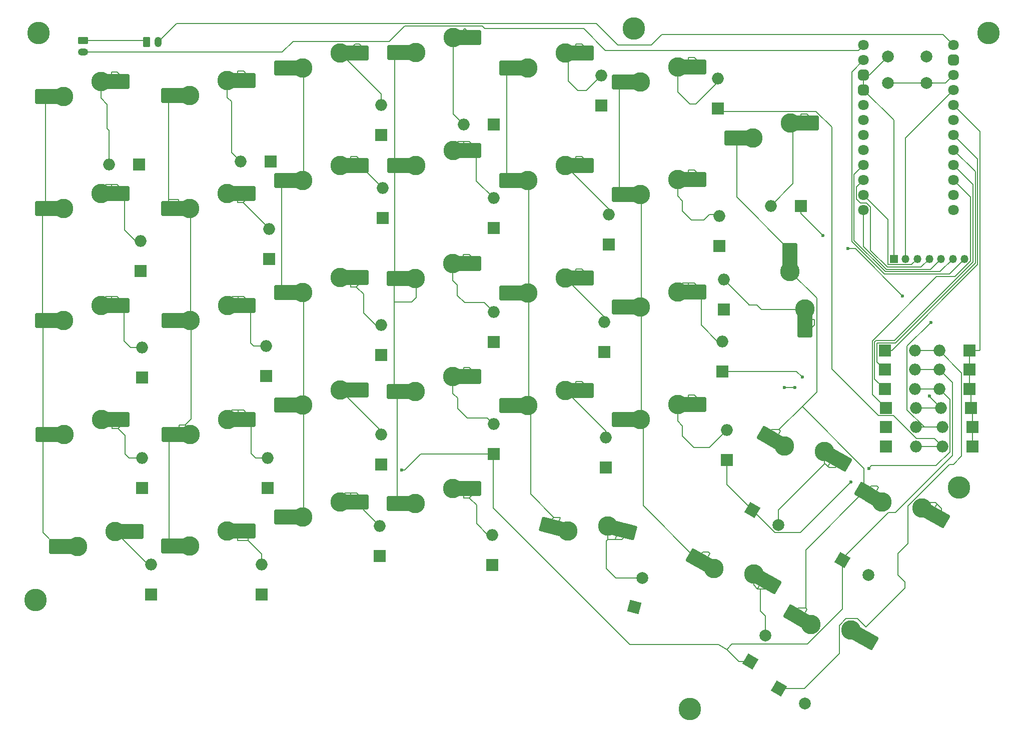
<source format=gbl>
%TF.GenerationSoftware,KiCad,Pcbnew,8.0.2-1*%
%TF.CreationDate,2024-06-04T23:34:33+02:00*%
%TF.ProjectId,keyboard,6b657962-6f61-4726-942e-6b696361645f,rev?*%
%TF.SameCoordinates,Original*%
%TF.FileFunction,Copper,L2,Bot*%
%TF.FilePolarity,Positive*%
%FSLAX46Y46*%
G04 Gerber Fmt 4.6, Leading zero omitted, Abs format (unit mm)*
G04 Created by KiCad (PCBNEW 8.0.2-1) date 2024-06-04 23:34:33*
%MOMM*%
%LPD*%
G01*
G04 APERTURE LIST*
G04 Aperture macros list*
%AMRoundRect*
0 Rectangle with rounded corners*
0 $1 Rounding radius*
0 $2 $3 $4 $5 $6 $7 $8 $9 X,Y pos of 4 corners*
0 Add a 4 corners polygon primitive as box body*
4,1,4,$2,$3,$4,$5,$6,$7,$8,$9,$2,$3,0*
0 Add four circle primitives for the rounded corners*
1,1,$1+$1,$2,$3*
1,1,$1+$1,$4,$5*
1,1,$1+$1,$6,$7*
1,1,$1+$1,$8,$9*
0 Add four rect primitives between the rounded corners*
20,1,$1+$1,$2,$3,$4,$5,0*
20,1,$1+$1,$4,$5,$6,$7,0*
20,1,$1+$1,$6,$7,$8,$9,0*
20,1,$1+$1,$8,$9,$2,$3,0*%
%AMHorizOval*
0 Thick line with rounded ends*
0 $1 width*
0 $2 $3 position (X,Y) of the first rounded end (center of the circle)*
0 $4 $5 position (X,Y) of the second rounded end (center of the circle)*
0 Add line between two ends*
20,1,$1,$2,$3,$4,$5,0*
0 Add two circle primitives to create the rounded ends*
1,1,$1,$2,$3*
1,1,$1,$4,$5*%
%AMRotRect*
0 Rectangle, with rotation*
0 The origin of the aperture is its center*
0 $1 length*
0 $2 width*
0 $3 Rotation angle, in degrees counterclockwise*
0 Add horizontal line*
21,1,$1,$2,0,0,$3*%
G04 Aperture macros list end*
%TA.AperFunction,ComponentPad*%
%ADD10C,3.800000*%
%TD*%
%TA.AperFunction,ComponentPad*%
%ADD11C,1.800000*%
%TD*%
%TA.AperFunction,ComponentPad*%
%ADD12RoundRect,0.450000X-0.450000X-0.450000X0.450000X-0.450000X0.450000X0.450000X-0.450000X0.450000X0*%
%TD*%
%TA.AperFunction,ComponentPad*%
%ADD13R,1.350000X1.350000*%
%TD*%
%TA.AperFunction,ComponentPad*%
%ADD14O,1.350000X1.350000*%
%TD*%
%TA.AperFunction,ComponentPad*%
%ADD15R,2.000000X2.000000*%
%TD*%
%TA.AperFunction,ComponentPad*%
%ADD16O,2.000000X2.000000*%
%TD*%
%TA.AperFunction,ComponentPad*%
%ADD17C,3.300000*%
%TD*%
%TA.AperFunction,SMDPad,CuDef*%
%ADD18R,2.500000X1.650000*%
%TD*%
%TA.AperFunction,SMDPad,CuDef*%
%ADD19RoundRect,0.250000X1.000000X-1.025000X1.000000X1.025000X-1.000000X1.025000X-1.000000X-1.025000X0*%
%TD*%
%TA.AperFunction,SMDPad,CuDef*%
%ADD20R,1.650000X2.500000*%
%TD*%
%TA.AperFunction,SMDPad,CuDef*%
%ADD21RoundRect,0.250000X1.025000X1.000000X-1.025000X1.000000X-1.025000X-1.000000X1.025000X-1.000000X0*%
%TD*%
%TA.AperFunction,ComponentPad*%
%ADD22RotRect,2.000000X2.000000X330.000000*%
%TD*%
%TA.AperFunction,ComponentPad*%
%ADD23HorizOval,2.000000X0.000000X0.000000X0.000000X0.000000X0*%
%TD*%
%TA.AperFunction,SMDPad,CuDef*%
%ADD24RotRect,1.650000X2.500000X330.000000*%
%TD*%
%TA.AperFunction,SMDPad,CuDef*%
%ADD25RoundRect,0.250000X1.387676X0.353525X-0.387676X1.378525X-1.387676X-0.353525X0.387676X-1.378525X0*%
%TD*%
%TA.AperFunction,SMDPad,CuDef*%
%ADD26RotRect,1.650000X2.500000X150.000000*%
%TD*%
%TA.AperFunction,ComponentPad*%
%ADD27RoundRect,0.250000X-0.625000X0.350000X-0.625000X-0.350000X0.625000X-0.350000X0.625000X0.350000X0*%
%TD*%
%TA.AperFunction,ComponentPad*%
%ADD28O,1.750000X1.200000*%
%TD*%
%TA.AperFunction,ComponentPad*%
%ADD29RotRect,2.000000X2.000000X60.000000*%
%TD*%
%TA.AperFunction,ComponentPad*%
%ADD30HorizOval,2.000000X0.000000X0.000000X0.000000X0.000000X0*%
%TD*%
%TA.AperFunction,SMDPad,CuDef*%
%ADD31RotRect,1.650000X2.500000X345.000000*%
%TD*%
%TA.AperFunction,SMDPad,CuDef*%
%ADD32RoundRect,0.250000X1.248893X0.700636X-0.731255X1.231215X-1.248893X-0.700636X0.731255X-1.231215X0*%
%TD*%
%TA.AperFunction,SMDPad,CuDef*%
%ADD33RotRect,1.650000X2.500000X165.000000*%
%TD*%
%TA.AperFunction,ComponentPad*%
%ADD34RotRect,2.000000X2.000000X75.000000*%
%TD*%
%TA.AperFunction,ComponentPad*%
%ADD35HorizOval,2.000000X0.000000X0.000000X0.000000X0.000000X0*%
%TD*%
%TA.AperFunction,ComponentPad*%
%ADD36RoundRect,0.250000X-0.350000X-0.625000X0.350000X-0.625000X0.350000X0.625000X-0.350000X0.625000X0*%
%TD*%
%TA.AperFunction,ComponentPad*%
%ADD37O,1.200000X1.750000*%
%TD*%
%TA.AperFunction,ComponentPad*%
%ADD38C,2.000000*%
%TD*%
%TA.AperFunction,ViaPad*%
%ADD39C,0.600000*%
%TD*%
%TA.AperFunction,Conductor*%
%ADD40C,0.200000*%
%TD*%
G04 APERTURE END LIST*
D10*
%TO.P,H1,1*%
%TO.N,N/C*%
X198250000Y-107500000D03*
%TD*%
%TO.P,H2,1*%
%TO.N,N/C*%
X42500000Y-30500000D03*
%TD*%
%TO.P,H3,1*%
%TO.N,N/C*%
X152750000Y-145000000D03*
%TD*%
%TO.P,H6,1*%
%TO.N,N/C*%
X143250000Y-29750000D03*
%TD*%
D11*
%TO.P,U1,1,1*%
%TO.N,B-*%
X182130000Y-32530000D03*
%TO.P,U1,2,0*%
%TO.N,DISPL_CS*%
X182130000Y-35070000D03*
D12*
%TO.P,U1,3,GND*%
%TO.N,GND*%
X182130000Y-37610000D03*
%TO.P,U1,4,GND*%
X182130000Y-40150000D03*
D11*
%TO.P,U1,5,2*%
%TO.N,unconnected-(U1-2-Pad5)*%
X182130000Y-42690000D03*
%TO.P,U1,6,3*%
%TO.N,unconnected-(U1-3-Pad6)*%
X182130000Y-45230000D03*
%TO.P,U1,7,4*%
%TO.N,unconnected-(U1-4-Pad7)*%
X182130000Y-47770000D03*
%TO.P,U1,8,5*%
%TO.N,unconnected-(U1-5-Pad8)*%
X182130000Y-50310000D03*
%TO.P,U1,9,6*%
%TO.N,DISPL_DC*%
X182130000Y-52850000D03*
%TO.P,U1,10,7*%
%TO.N,DISPL_D1_MOSI*%
X182130000Y-55390000D03*
%TO.P,U1,11,8*%
%TO.N,DISPL_D0_SCK*%
X182130000Y-57930000D03*
%TO.P,U1,12,9*%
%TO.N,DISPL_RES*%
X182130000Y-60470000D03*
%TO.P,U1,13,B+*%
%TO.N,SW_B+*%
X197370000Y-32530000D03*
D12*
%TO.P,U1,14,GND*%
%TO.N,GND*%
X197370000Y-35070000D03*
D11*
%TO.P,U1,15,RST*%
%TO.N,RESET*%
X197370000Y-37610000D03*
%TO.P,U1,16,3.3v*%
%TO.N,VCC_3.3V*%
X197370000Y-40150000D03*
%TO.P,U1,17,21*%
%TO.N,Pin_Interrupt*%
X197370000Y-42690000D03*
%TO.P,U1,18,20*%
%TO.N,Pin_7*%
X197370000Y-45230000D03*
%TO.P,U1,19,19*%
%TO.N,Pin_6*%
X197370000Y-47770000D03*
%TO.P,U1,20,18*%
%TO.N,Pin_5*%
X197370000Y-50310000D03*
%TO.P,U1,21,15*%
%TO.N,Pin_4*%
X197370000Y-52850000D03*
%TO.P,U1,22,14*%
%TO.N,Pin_3*%
X197370000Y-55390000D03*
%TO.P,U1,23,16*%
%TO.N,Pin_2*%
X197370000Y-57930000D03*
%TO.P,U1,24,10*%
%TO.N,Pin_1*%
X197370000Y-60470000D03*
%TD*%
D10*
%TO.P,H7,1*%
%TO.N,N/C*%
X203250000Y-30500000D03*
%TD*%
%TO.P,H5,1*%
%TO.N,N/C*%
X42000000Y-126500000D03*
%TD*%
D13*
%TO.P,Display,1,Pin_1*%
%TO.N,GND*%
X187250000Y-68750000D03*
D14*
%TO.P,Display,2,Pin_2*%
%TO.N,VCC_3.3V*%
X189250000Y-68750000D03*
%TO.P,Display,3,Pin_3*%
%TO.N,DISPL_D0_SCK*%
X191250000Y-68750000D03*
%TO.P,Display,4,Pin_4*%
%TO.N,DISPL_D1_MOSI*%
X193250000Y-68750000D03*
%TO.P,Display,5,Pin_5*%
%TO.N,DISPL_RES*%
X195250000Y-68750000D03*
%TO.P,Display,6,Pin_6*%
%TO.N,DISPL_DC*%
X197250000Y-68750000D03*
%TO.P,Display,7,Pin_7*%
%TO.N,DISPL_CS*%
X199250000Y-68750000D03*
%TD*%
D15*
%TO.P,D[3:2]1,1,K*%
%TO.N,Net-(D[1:1]1-K)*%
X100750000Y-61790000D03*
D16*
%TO.P,D[3:2]1,2,A*%
%TO.N,Net-(D[3:2]1-A)*%
X100750000Y-56710000D03*
%TD*%
D17*
%TO.P,SW_[7:2]1,1,1*%
%TO.N,Pin_7*%
X169690000Y-70860000D03*
D18*
X169690000Y-69035000D03*
D19*
X169690000Y-67310000D03*
%TO.P,SW_[7:2]1,2,2*%
%TO.N,Net-(D[7:2]1-A)*%
X172230000Y-80760000D03*
D18*
X172230000Y-79010000D03*
D17*
X172230000Y-77210000D03*
%TD*%
%TO.P,SW_[1:4]1,1,1*%
%TO.N,Pin_1*%
X46770000Y-98460000D03*
D20*
X44945000Y-98460000D03*
D21*
X43220000Y-98460000D03*
%TO.P,SW_[1:4]1,2,2*%
%TO.N,Net-(D[1:4]1-A)*%
X56670000Y-95920000D03*
D20*
X54920000Y-95920000D03*
D17*
X53120000Y-95920000D03*
%TD*%
D15*
%TO.P,D_I_[6:2]1,1,K*%
%TO.N,Pin_Interrupt*%
X200040000Y-84250000D03*
D16*
%TO.P,D_I_[6:2]1,2,A*%
%TO.N,Net-(D[1:5]1-K)*%
X194960000Y-84250000D03*
%TD*%
D15*
%TO.P,D_I[1:2]1,1,K*%
%TO.N,Pin_Interrupt*%
X200540000Y-100500000D03*
D16*
%TO.P,D_I[1:2]1,2,A*%
%TO.N,Net-(DI_[1:1]1-A)*%
X195460000Y-100500000D03*
%TD*%
D15*
%TO.P,D[4:2]1,1,K*%
%TO.N,Net-(D[1:1]1-K)*%
X119500000Y-63540000D03*
D16*
%TO.P,D[4:2]1,2,A*%
%TO.N,Net-(D[4:2]1-A)*%
X119500000Y-58460000D03*
%TD*%
D15*
%TO.P,D[5:1]1,1,K*%
%TO.N,Net-(DI_[1:1]1-A)*%
X137750000Y-42790000D03*
D16*
%TO.P,D[5:1]1,2,A*%
%TO.N,Net-(D[5:1]1-A)*%
X137750000Y-37710000D03*
%TD*%
D15*
%TO.P,D[1:5]1,1,K*%
%TO.N,Net-(D[1:5]1-K)*%
X61540000Y-125540000D03*
D16*
%TO.P,D[1:5]1,2,A*%
%TO.N,Net-(D[1:5]1-A)*%
X61540000Y-120460000D03*
%TD*%
D15*
%TO.P,D[6:2]1,1,K*%
%TO.N,Net-(D[1:1]1-K)*%
X157750000Y-66540000D03*
D16*
%TO.P,D[6:2]1,2,A*%
%TO.N,Net-(D[6:2]1-A)*%
X157750000Y-61460000D03*
%TD*%
D15*
%TO.P,D_I_[2:1]1,1,K*%
%TO.N,Pin_2*%
X185960000Y-97250000D03*
D16*
%TO.P,D_I_[2:1]1,2,A*%
%TO.N,Net-(D[1:1]1-K)*%
X191040000Y-97250000D03*
%TD*%
D17*
%TO.P,SW_[6:1]1,1,1*%
%TO.N,Pin_6*%
X144340000Y-38760000D03*
D20*
X142515000Y-38760000D03*
D21*
X140790000Y-38760000D03*
%TO.P,SW_[6:1]1,2,2*%
%TO.N,Net-(D[6:1]1-A)*%
X154240000Y-36220000D03*
D20*
X152490000Y-36220000D03*
D17*
X150690000Y-36220000D03*
%TD*%
D15*
%TO.P,D_I_[2:2]1,1,K*%
%TO.N,Pin_Interrupt*%
X200540000Y-97250000D03*
D16*
%TO.P,D_I_[2:2]1,2,A*%
%TO.N,Net-(D[1:1]1-K)*%
X195460000Y-97250000D03*
%TD*%
D15*
%TO.P,D[5:2]1,1,K*%
%TO.N,Net-(D[1:1]1-K)*%
X139000000Y-66290000D03*
D16*
%TO.P,D[5:2]1,2,A*%
%TO.N,Net-(D[5:2]1-A)*%
X139000000Y-61210000D03*
%TD*%
D17*
%TO.P,SW_[2:4]1,1,1*%
%TO.N,Pin_2*%
X68110000Y-98460000D03*
D20*
X66285000Y-98460000D03*
D21*
X64560000Y-98460000D03*
%TO.P,SW_[2:4]1,2,2*%
%TO.N,Net-(D[2:4]1-A)*%
X78010000Y-95920000D03*
D20*
X76260000Y-95920000D03*
D17*
X74460000Y-95920000D03*
%TD*%
%TO.P,SW_[2:5]1,1,1*%
%TO.N,Pin_2*%
X68054800Y-117390500D03*
D20*
X66229800Y-117390500D03*
D21*
X64504800Y-117390500D03*
%TO.P,SW_[2:5]1,2,2*%
%TO.N,Net-(D[2:5]1-A)*%
X77954800Y-114850500D03*
D20*
X76204800Y-114850500D03*
D17*
X74404800Y-114850500D03*
%TD*%
D15*
%TO.P,D_I_[4:1]1,1,K*%
%TO.N,Pin_4*%
X185710000Y-90750000D03*
D16*
%TO.P,D_I_[4:1]1,2,A*%
%TO.N,Net-(D[1:3]1-K)*%
X190790000Y-90750000D03*
%TD*%
D17*
%TO.P,SW_[1:3]1,1,1*%
%TO.N,Pin_1*%
X46690000Y-79210000D03*
D20*
X44865000Y-79210000D03*
D21*
X43140000Y-79210000D03*
%TO.P,SW_[1:3]1,2,2*%
%TO.N,Net-(D[1:3]1-A)*%
X56590000Y-76670000D03*
D20*
X54840000Y-76670000D03*
D17*
X53040000Y-76670000D03*
%TD*%
D15*
%TO.P,D[6:1]1,1,K*%
%TO.N,Net-(DI_[1:1]1-A)*%
X157500000Y-43290000D03*
D16*
%TO.P,D[6:1]1,2,A*%
%TO.N,Net-(D[6:1]1-A)*%
X157500000Y-38210000D03*
%TD*%
D15*
%TO.P,D[4:5]1,1,K*%
%TO.N,Net-(D[1:5]1-K)*%
X119250000Y-120540000D03*
D16*
%TO.P,D[4:5]1,2,A*%
%TO.N,Net-(D[4:5]1-A)*%
X119250000Y-115460000D03*
%TD*%
D22*
%TO.P,D[7:3]1,1,K*%
%TO.N,Net-(D[1:3]1-K)*%
X163300296Y-111230000D03*
D23*
%TO.P,D[7:3]1,2,A*%
%TO.N,Net-(D[7:3]1-A)*%
X167699705Y-113770000D03*
%TD*%
D17*
%TO.P,SW_[6:5]1,1,1*%
%TO.N,Pin_6*%
X156770444Y-121145295D03*
D24*
X155189947Y-120232795D03*
D25*
X153696053Y-119370295D03*
%TO.P,SW_[6:5]1,2,2*%
%TO.N,Net-(D[6:5]1-A)*%
X166614095Y-123895591D03*
D26*
X165098550Y-123020591D03*
D17*
X163539705Y-122120591D03*
%TD*%
%TO.P,SW_[2:2]1,1,1*%
%TO.N,Pin_2*%
X68054800Y-60210000D03*
D20*
X66229800Y-60210000D03*
D21*
X64504800Y-60210000D03*
%TO.P,SW_[2:2]1,2,2*%
%TO.N,Net-(D[2:2]1-A)*%
X77954800Y-57670000D03*
D20*
X76204800Y-57670000D03*
D17*
X74404800Y-57670000D03*
%TD*%
D27*
%TO.P,Battery1,1,Pin_1*%
%TO.N,B+*%
X50000000Y-31750000D03*
D28*
%TO.P,Battery1,2,Pin_2*%
%TO.N,B-*%
X50000000Y-33750000D03*
%TD*%
D17*
%TO.P,SW_[4:3]1,1,1*%
%TO.N,Pin_4*%
X106254800Y-72090500D03*
D20*
X104429800Y-72090500D03*
D21*
X102704800Y-72090500D03*
%TO.P,SW_[4:3]1,2,2*%
%TO.N,Net-(D[4:3]1-A)*%
X116154800Y-69550500D03*
D20*
X114404800Y-69550500D03*
D17*
X112604800Y-69550500D03*
%TD*%
D15*
%TO.P,D[1:1]1,1,K*%
%TO.N,Net-(D[1:1]1-K)*%
X59540000Y-52750000D03*
D16*
%TO.P,D[1:1]1,2,A*%
%TO.N,Net-(D[1:1]1-A)*%
X54460000Y-52750000D03*
%TD*%
D15*
%TO.P,D[4:1]1,1,K*%
%TO.N,Net-(DI_[1:1]1-A)*%
X119540000Y-46000000D03*
D16*
%TO.P,D[4:1]1,2,A*%
%TO.N,Net-(D[4:1]1-A)*%
X114460000Y-46000000D03*
%TD*%
D15*
%TO.P,D[2:4]1,1,K*%
%TO.N,Net-(D[1:4]1-K)*%
X81250000Y-107540000D03*
D16*
%TO.P,D[2:4]1,2,A*%
%TO.N,Net-(D[2:4]1-A)*%
X81250000Y-102460000D03*
%TD*%
%TO.P,D[1:4]1,2,A*%
%TO.N,Net-(D[1:4]1-A)*%
X60000000Y-102460000D03*
D15*
%TO.P,D[1:4]1,1,K*%
%TO.N,Net-(D[1:4]1-K)*%
X60000000Y-107540000D03*
%TD*%
D29*
%TO.P,D[6:5]1,1,K*%
%TO.N,Net-(D[1:4]1-K)*%
X162980000Y-136949705D03*
D30*
%TO.P,D[6:5]1,2,A*%
%TO.N,Net-(D[6:5]1-A)*%
X165520000Y-132550296D03*
%TD*%
D17*
%TO.P,SW_[6:4]1,1,1*%
%TO.N,Pin_6*%
X144340000Y-95910000D03*
D20*
X142515000Y-95910000D03*
D21*
X140790000Y-95910000D03*
%TO.P,SW_[6:4]1,2,2*%
%TO.N,Net-(D[6:4]1-A)*%
X154240000Y-93370000D03*
D20*
X152490000Y-93370000D03*
D17*
X150690000Y-93370000D03*
%TD*%
%TO.P,SW_[5:5]1,1,1*%
%TO.N,Pin_5*%
X132070323Y-114795649D03*
D31*
X130307510Y-114323302D03*
D32*
X128641286Y-113876841D03*
%TO.P,SW_[5:5]1,2,2*%
%TO.N,Net-(D[5:5]1-A)*%
X142290389Y-114904505D03*
D33*
X140600020Y-114451572D03*
D17*
X138861354Y-113985696D03*
%TD*%
D15*
%TO.P,D[6:4]1,1,K*%
%TO.N,Net-(D[1:3]1-K)*%
X159000000Y-102790000D03*
D16*
%TO.P,D[6:4]1,2,A*%
%TO.N,Net-(D[6:4]1-A)*%
X159000000Y-97710000D03*
%TD*%
D17*
%TO.P,SW_[7:3]1,1,1*%
%TO.N,Pin_7*%
X168721044Y-100405295D03*
D24*
X167140547Y-99492795D03*
D25*
X165646653Y-98630295D03*
%TO.P,SW_[7:3]1,2,2*%
%TO.N,Net-(D[7:3]1-A)*%
X178564695Y-103155591D03*
D26*
X177049150Y-102280591D03*
D17*
X175490305Y-101380591D03*
%TD*%
%TO.P,SW_[3:1]1,1,1*%
%TO.N,Pin_3*%
X87190000Y-36410600D03*
D20*
X85365000Y-36410600D03*
D21*
X83640000Y-36410600D03*
%TO.P,SW_[3:1]1,2,2*%
%TO.N,Net-(D[3:1]1-A)*%
X97090000Y-33870600D03*
D20*
X95340000Y-33870600D03*
D17*
X93540000Y-33870600D03*
%TD*%
D15*
%TO.P,D_I_[5:1]1,1,K*%
%TO.N,Pin_5*%
X185710000Y-87500000D03*
D16*
%TO.P,D_I_[5:1]1,2,A*%
%TO.N,Net-(D[1:4]1-K)*%
X190790000Y-87500000D03*
%TD*%
D17*
%TO.P,SW_[6:2]1,1,1*%
%TO.N,Pin_6*%
X144340000Y-57810000D03*
D20*
X142515000Y-57810000D03*
D21*
X140790000Y-57810000D03*
%TO.P,SW_[6:2]1,2,2*%
%TO.N,Net-(D[6:2]1-A)*%
X154240000Y-55270000D03*
D20*
X152490000Y-55270000D03*
D17*
X150690000Y-55270000D03*
%TD*%
D15*
%TO.P,D[5:4]1,1,K*%
%TO.N,Net-(D[1:3]1-K)*%
X138500000Y-104040000D03*
D16*
%TO.P,D[5:4]1,2,A*%
%TO.N,Net-(D[5:4]1-A)*%
X138500000Y-98960000D03*
%TD*%
D34*
%TO.P,D[5:5]1,1,K*%
%TO.N,Net-(D[1:5]1-K)*%
X143342600Y-127703452D03*
D35*
%TO.P,D[5:5]1,2,A*%
%TO.N,Net-(D[5:5]1-A)*%
X144657401Y-122796549D03*
%TD*%
D15*
%TO.P,D[1:2]1,1,K*%
%TO.N,Net-(D[1:2]1-K)*%
X59750000Y-70790000D03*
D16*
%TO.P,D[1:2]1,2,A*%
%TO.N,Net-(D[1:2]1-A)*%
X59750000Y-65710000D03*
%TD*%
D15*
%TO.P,D[2:3]1,1,K*%
%TO.N,Net-(D[1:3]1-K)*%
X81000000Y-88540000D03*
D16*
%TO.P,D[2:3]1,2,A*%
%TO.N,Net-(D[2:3]1-A)*%
X81000000Y-83460000D03*
%TD*%
D17*
%TO.P,SW_[5:3]1,1,1*%
%TO.N,Pin_5*%
X125290000Y-74510000D03*
D20*
X123465000Y-74510000D03*
D21*
X121740000Y-74510000D03*
%TO.P,SW_[5:3]1,2,2*%
%TO.N,Net-(D[5:3]1-A)*%
X135190000Y-71970000D03*
D20*
X133440000Y-71970000D03*
D17*
X131640000Y-71970000D03*
%TD*%
D15*
%TO.P,D[2:2]1,1,K*%
%TO.N,Net-(D[1:2]1-K)*%
X81500000Y-68790000D03*
D16*
%TO.P,D[2:2]1,2,A*%
%TO.N,Net-(D[2:2]1-A)*%
X81500000Y-63710000D03*
%TD*%
D17*
%TO.P,SW_[3:4]1,1,1*%
%TO.N,Pin_3*%
X87190000Y-93460000D03*
D20*
X85365000Y-93460000D03*
D21*
X83640000Y-93460000D03*
%TO.P,SW_[3:4]1,2,2*%
%TO.N,Net-(D[3:4]1-A)*%
X97090000Y-90920000D03*
D20*
X95340000Y-90920000D03*
D17*
X93540000Y-90920000D03*
%TD*%
D15*
%TO.P,D[3:5]1,1,K*%
%TO.N,Net-(D[1:5]1-K)*%
X100250000Y-119040000D03*
D16*
%TO.P,D[3:5]1,2,A*%
%TO.N,Net-(D[3:5]1-A)*%
X100250000Y-113960000D03*
%TD*%
D15*
%TO.P,D[1:3]1,1,K*%
%TO.N,Net-(D[1:3]1-K)*%
X60000000Y-88790000D03*
D16*
%TO.P,D[1:3]1,2,A*%
%TO.N,Net-(D[1:3]1-A)*%
X60000000Y-83710000D03*
%TD*%
D15*
%TO.P,D[4:4]1,1,K*%
%TO.N,Net-(D[1:4]1-K)*%
X119500000Y-101790000D03*
D16*
%TO.P,D[4:4]1,2,A*%
%TO.N,Net-(D[4:4]1-A)*%
X119500000Y-96710000D03*
%TD*%
D15*
%TO.P,D_I_[5:2]1,1,K*%
%TO.N,Pin_Interrupt*%
X200040000Y-87500000D03*
D16*
%TO.P,D_I_[5:2]1,2,A*%
%TO.N,Net-(D[1:4]1-K)*%
X194960000Y-87500000D03*
%TD*%
D17*
%TO.P,SW_[5:1]1,1,1*%
%TO.N,Pin_5*%
X125290000Y-36410000D03*
D20*
X123465000Y-36410000D03*
D21*
X121740000Y-36410000D03*
%TO.P,SW_[5:1]1,2,2*%
%TO.N,Net-(D[5:1]1-A)*%
X135190000Y-33870000D03*
D20*
X133440000Y-33870000D03*
D17*
X131640000Y-33870000D03*
%TD*%
D15*
%TO.P,D[7:1]1,1,K*%
%TO.N,Net-(D[1:1]1-K)*%
X171540000Y-59750000D03*
D16*
%TO.P,D[7:1]1,2,A*%
%TO.N,Net-(D[7:1]1-A)*%
X166460000Y-59750000D03*
%TD*%
D15*
%TO.P,DI_[1:1]1,1,K*%
%TO.N,Pin_1*%
X185960000Y-100500000D03*
D16*
%TO.P,DI_[1:1]1,2,A*%
%TO.N,Net-(DI_[1:1]1-A)*%
X191040000Y-100500000D03*
%TD*%
D17*
%TO.P,SW_[4:5]1,1,1*%
%TO.N,Pin_4*%
X106270000Y-110210000D03*
D20*
X104445000Y-110210000D03*
D21*
X102720000Y-110210000D03*
%TO.P,SW_[4:5]1,2,2*%
%TO.N,Net-(D[4:5]1-A)*%
X116170000Y-107670000D03*
D20*
X114420000Y-107670000D03*
D17*
X112620000Y-107670000D03*
%TD*%
%TO.P,SW_[1:5]1,1,1*%
%TO.N,Pin_1*%
X49110000Y-117460000D03*
D20*
X47285000Y-117460000D03*
D21*
X45560000Y-117460000D03*
%TO.P,SW_[1:5]1,2,2*%
%TO.N,Net-(D[1:5]1-A)*%
X59010000Y-114920000D03*
D20*
X57260000Y-114920000D03*
D17*
X55460000Y-114920000D03*
%TD*%
D15*
%TO.P,D_I_[3:1]1,1,K*%
%TO.N,Pin_3*%
X185920000Y-94000000D03*
D16*
%TO.P,D_I_[3:1]1,2,A*%
%TO.N,Net-(D[1:2]1-K)*%
X191000000Y-94000000D03*
%TD*%
D17*
%TO.P,SW_[4:4]1,1,1*%
%TO.N,Pin_4*%
X106270000Y-91210000D03*
D20*
X104445000Y-91210000D03*
D21*
X102720000Y-91210000D03*
%TO.P,SW_[4:4]1,2,2*%
%TO.N,Net-(D[4:4]1-A)*%
X116170000Y-88670000D03*
D20*
X114420000Y-88670000D03*
D17*
X112620000Y-88670000D03*
%TD*%
%TO.P,SW_[2:1]1,1,1*%
%TO.N,Pin_2*%
X68070000Y-41060000D03*
D20*
X66245000Y-41060000D03*
D21*
X64520000Y-41060000D03*
%TO.P,SW_[2:1]1,2,2*%
%TO.N,Net-(D[2:1]1-A)*%
X77970000Y-38520000D03*
D20*
X76220000Y-38520000D03*
D17*
X74420000Y-38520000D03*
%TD*%
D15*
%TO.P,D[7:2]1,1,K*%
%TO.N,Net-(D[1:2]1-K)*%
X158500000Y-77290000D03*
D16*
%TO.P,D[7:2]1,2,A*%
%TO.N,Net-(D[7:2]1-A)*%
X158500000Y-72210000D03*
%TD*%
D17*
%TO.P,SW_[5:4]1,1,1*%
%TO.N,Pin_5*%
X125290000Y-93560000D03*
D20*
X123465000Y-93560000D03*
D21*
X121740000Y-93560000D03*
%TO.P,SW_[5:4]1,2,2*%
%TO.N,Net-(D[5:4]1-A)*%
X135190000Y-91020000D03*
D20*
X133440000Y-91020000D03*
D17*
X131640000Y-91020000D03*
%TD*%
D15*
%TO.P,D[2:5]1,1,K*%
%TO.N,Net-(D[1:5]1-K)*%
X80250000Y-125540000D03*
D16*
%TO.P,D[2:5]1,2,A*%
%TO.N,Net-(D[2:5]1-A)*%
X80250000Y-120460000D03*
%TD*%
D22*
%TO.P,D[7:5]1,1,K*%
%TO.N,Net-(D[1:5]1-K)*%
X167800295Y-141480000D03*
D23*
%TO.P,D[7:5]1,2,A*%
%TO.N,Net-(D[7:5]1-A)*%
X172199704Y-144020000D03*
%TD*%
D17*
%TO.P,SW_[2:3]1,1,1*%
%TO.N,Pin_2*%
X68110000Y-79210000D03*
D20*
X66285000Y-79210000D03*
D21*
X64560000Y-79210000D03*
%TO.P,SW_[2:3]1,2,2*%
%TO.N,Net-(D[2:3]1-A)*%
X78010000Y-76670000D03*
D20*
X76260000Y-76670000D03*
D17*
X74460000Y-76670000D03*
%TD*%
D36*
%TO.P,ON/OFF1,1,Pin_1*%
%TO.N,B+*%
X60750000Y-32000000D03*
D37*
%TO.P,ON/OFF1,2,Pin_2*%
%TO.N,SW_B+*%
X62750000Y-32000000D03*
%TD*%
D17*
%TO.P,SW_[4:2]1,2,2*%
%TO.N,Net-(D[4:2]1-A)*%
X112640000Y-50420000D03*
D20*
X114440000Y-50420000D03*
D21*
X116190000Y-50420000D03*
%TO.P,SW_[4:2]1,1,1*%
%TO.N,Pin_4*%
X102740000Y-52960000D03*
D20*
X104465000Y-52960000D03*
D17*
X106290000Y-52960000D03*
%TD*%
D38*
%TO.P,SW1,1*%
%TO.N,GND*%
X192750000Y-34500000D03*
X186250000Y-34500000D03*
%TO.P,SW1,2*%
%TO.N,RESET*%
X192750000Y-39000000D03*
X186250000Y-39000000D03*
%TD*%
D17*
%TO.P,SW_[4:1]1,1,1*%
%TO.N,Pin_4*%
X106290000Y-33810000D03*
D20*
X104465000Y-33810000D03*
D21*
X102740000Y-33810000D03*
%TO.P,SW_[4:1]1,2,2*%
%TO.N,Net-(D[4:1]1-A)*%
X116190000Y-31270000D03*
D20*
X114440000Y-31270000D03*
D17*
X112640000Y-31270000D03*
%TD*%
D22*
%TO.P,D[7:4]1,1,K*%
%TO.N,Net-(D[1:4]1-K)*%
X178550295Y-119730000D03*
D23*
%TO.P,D[7:4]1,2,A*%
%TO.N,Net-(D[7:4]1-A)*%
X182949704Y-122270000D03*
%TD*%
D17*
%TO.P,SW_[3:5]1,1,1*%
%TO.N,Pin_3*%
X87190000Y-112460000D03*
D20*
X85365000Y-112460000D03*
D21*
X83640000Y-112460000D03*
%TO.P,SW_[3:5]1,2,2*%
%TO.N,Net-(D[3:5]1-A)*%
X97090000Y-109920000D03*
D20*
X95340000Y-109920000D03*
D17*
X93540000Y-109920000D03*
%TD*%
D15*
%TO.P,D[3:3]1,1,K*%
%TO.N,Net-(D[1:3]1-K)*%
X100500000Y-85040000D03*
D16*
%TO.P,D[3:3]1,2,A*%
%TO.N,Net-(D[3:3]1-A)*%
X100500000Y-79960000D03*
%TD*%
D15*
%TO.P,D[3:4]1,1,K*%
%TO.N,Net-(D[1:4]1-K)*%
X100500000Y-103540000D03*
D16*
%TO.P,D[3:4]1,2,A*%
%TO.N,Net-(D[3:4]1-A)*%
X100500000Y-98460000D03*
%TD*%
D17*
%TO.P,SW_[7:4]1,1,1*%
%TO.N,Pin_7*%
X185270444Y-109945295D03*
D24*
X183689947Y-109032795D03*
D25*
X182196053Y-108170295D03*
%TO.P,SW_[7:4]1,2,2*%
%TO.N,Net-(D[7:4]1-A)*%
X195114095Y-112695591D03*
D26*
X193598550Y-111820591D03*
D17*
X192039705Y-110920591D03*
%TD*%
%TO.P,SW_[1:1]1,1,1*%
%TO.N,Pin_1*%
X46690000Y-41210000D03*
D20*
X44865000Y-41210000D03*
D21*
X43140000Y-41210000D03*
%TO.P,SW_[1:1]1,2,2*%
%TO.N,Net-(D[1:1]1-A)*%
X56590000Y-38670000D03*
D20*
X54840000Y-38670000D03*
D17*
X53040000Y-38670000D03*
%TD*%
D15*
%TO.P,D_I_[4:2]1,1,K*%
%TO.N,Pin_Interrupt*%
X200040000Y-90750000D03*
D16*
%TO.P,D_I_[4:2]1,2,A*%
%TO.N,Net-(D[1:3]1-K)*%
X194960000Y-90750000D03*
%TD*%
D15*
%TO.P,D_I_[3:2]1,1,K*%
%TO.N,Pin_Interrupt*%
X200290000Y-94000000D03*
D16*
%TO.P,D_I_[3:2]1,2,A*%
%TO.N,Net-(D[1:2]1-K)*%
X195210000Y-94000000D03*
%TD*%
D15*
%TO.P,D_I_[6:1]1,1,K*%
%TO.N,Pin_6*%
X185710000Y-84250000D03*
D16*
%TO.P,D_I_[6:1]1,2,A*%
%TO.N,Net-(D[1:5]1-K)*%
X190790000Y-84250000D03*
%TD*%
D17*
%TO.P,SW_[5:2]1,1,1*%
%TO.N,Pin_5*%
X125290000Y-55460000D03*
D20*
X123465000Y-55460000D03*
D21*
X121740000Y-55460000D03*
%TO.P,SW_[5:2]1,2,2*%
%TO.N,Net-(D[5:2]1-A)*%
X135190000Y-52920000D03*
D20*
X133440000Y-52920000D03*
D17*
X131640000Y-52920000D03*
%TD*%
D15*
%TO.P,D[6:3]1,1,K*%
%TO.N,Net-(D[1:2]1-K)*%
X158250000Y-87790000D03*
D16*
%TO.P,D[6:3]1,2,A*%
%TO.N,Net-(D[6:3]1-A)*%
X158250000Y-82710000D03*
%TD*%
D17*
%TO.P,SW_[3:2]1,1,1*%
%TO.N,Pin_3*%
X87190000Y-55460100D03*
D20*
X85365000Y-55460100D03*
D21*
X83640000Y-55460100D03*
%TO.P,SW_[3:2]1,2,2*%
%TO.N,Net-(D[3:2]1-A)*%
X97090000Y-52920100D03*
D20*
X95340000Y-52920100D03*
D17*
X93540000Y-52920100D03*
%TD*%
D15*
%TO.P,D[5:3]1,1,K*%
%TO.N,Net-(D[1:2]1-K)*%
X138250000Y-84540000D03*
D16*
%TO.P,D[5:3]1,2,A*%
%TO.N,Net-(D[5:3]1-A)*%
X138250000Y-79460000D03*
%TD*%
D15*
%TO.P,D[4:3]1,1,K*%
%TO.N,Net-(D[1:2]1-K)*%
X119500000Y-82790000D03*
D16*
%TO.P,D[4:3]1,2,A*%
%TO.N,Net-(D[4:3]1-A)*%
X119500000Y-77710000D03*
%TD*%
D17*
%TO.P,SW_[1:2]1,1,1*%
%TO.N,Pin_1*%
X46690000Y-60210000D03*
D20*
X44865000Y-60210000D03*
D21*
X43140000Y-60210000D03*
%TO.P,SW_[1:2]1,2,2*%
%TO.N,Net-(D[1:2]1-A)*%
X56590000Y-57670000D03*
D20*
X54840000Y-57670000D03*
D17*
X53040000Y-57670000D03*
%TD*%
D16*
%TO.P,D[2:1]1,2,A*%
%TO.N,Net-(D[2:1]1-A)*%
X76710000Y-52250000D03*
D15*
%TO.P,D[2:1]1,1,K*%
%TO.N,Net-(DI_[1:1]1-A)*%
X81790000Y-52250000D03*
%TD*%
D17*
%TO.P,SW_[3:3]1,1,1*%
%TO.N,Pin_3*%
X87190000Y-74460000D03*
D20*
X85365000Y-74460000D03*
D21*
X83640000Y-74460000D03*
%TO.P,SW_[3:3]1,2,2*%
%TO.N,Net-(D[3:3]1-A)*%
X97090000Y-71920000D03*
D20*
X95340000Y-71920000D03*
D17*
X93540000Y-71920000D03*
%TD*%
%TO.P,SW_[7:1]1,1,1*%
%TO.N,Pin_7*%
X163390000Y-48310000D03*
D20*
X161565000Y-48310000D03*
D21*
X159840000Y-48310000D03*
%TO.P,SW_[7:1]1,2,2*%
%TO.N,Net-(D[7:1]1-A)*%
X173290000Y-45770000D03*
D20*
X171540000Y-45770000D03*
D17*
X169740000Y-45770000D03*
%TD*%
D16*
%TO.P,D[3:1]1,2,A*%
%TO.N,Net-(D[3:1]1-A)*%
X100500000Y-42710000D03*
D15*
%TO.P,D[3:1]1,1,K*%
%TO.N,Net-(DI_[1:1]1-A)*%
X100500000Y-47790000D03*
%TD*%
D17*
%TO.P,SW_[7:5]1,1,1*%
%TO.N,Pin_7*%
X173220444Y-130645295D03*
D24*
X171639947Y-129732795D03*
D25*
X170146053Y-128870295D03*
%TO.P,SW_[7:5]1,2,2*%
%TO.N,Net-(D[7:5]1-A)*%
X183064095Y-133395591D03*
D26*
X181548550Y-132520591D03*
D17*
X179989705Y-131620591D03*
%TD*%
%TO.P,SW_[6:3]1,1,1*%
%TO.N,Pin_6*%
X144340000Y-76890500D03*
D20*
X142515000Y-76890500D03*
D21*
X140790000Y-76890500D03*
%TO.P,SW_[6:3]1,2,2*%
%TO.N,Net-(D[6:3]1-A)*%
X154240000Y-74350500D03*
D20*
X152490000Y-74350500D03*
D17*
X150690000Y-74350500D03*
%TD*%
D39*
%TO.N,Net-(D[1:4]1-K)*%
X104000000Y-104500000D03*
%TO.N,Pin_2*%
X168750000Y-90500000D03*
X170500000Y-90500000D03*
%TO.N,Net-(D[1:1]1-K)*%
X188750000Y-75000000D03*
X179500000Y-67000000D03*
X193500000Y-79500000D03*
X175250000Y-64750000D03*
%TO.N,Net-(D[1:2]1-K)*%
X171750000Y-88750000D03*
X193250000Y-92000000D03*
%TO.N,Net-(D[1:3]1-K)*%
X180000000Y-106500000D03*
X183000000Y-104250000D03*
%TD*%
D40*
%TO.N,Net-(D[1:5]1-K)*%
X198740000Y-88030000D02*
X198740000Y-102141372D01*
X189146025Y-124439991D02*
X182523871Y-131062145D01*
X197331372Y-103550000D02*
X196652579Y-103550000D01*
X178039705Y-135546311D02*
X172106016Y-141480000D01*
X196652579Y-103550000D02*
X189643900Y-110558679D01*
X194960000Y-84250000D02*
X198740000Y-88030000D01*
X198740000Y-102141372D02*
X197331372Y-103550000D01*
X189643900Y-110558679D02*
X189643900Y-116979556D01*
X187970291Y-118653165D02*
X187970291Y-122283675D01*
X189643900Y-116979556D02*
X187970291Y-118653165D01*
X189146025Y-123459409D02*
X189146025Y-124439991D01*
X187970291Y-122283675D02*
X189146025Y-123459409D01*
X182523871Y-131062145D02*
X181132317Y-129670591D01*
X181132317Y-129670591D02*
X179181988Y-129670591D01*
X179181988Y-129670591D02*
X178039705Y-130812874D01*
X178039705Y-130812874D02*
X178039705Y-135546311D01*
X172106016Y-141480000D02*
X167800295Y-141480000D01*
%TO.N,Net-(D[1:4]1-K)*%
X194960000Y-87500000D02*
X197160000Y-89700000D01*
X197160000Y-89700000D02*
X197160000Y-102046100D01*
X197160000Y-102046100D02*
X187500000Y-111706100D01*
X186329125Y-111706100D02*
X178550295Y-119484930D01*
X187500000Y-111706100D02*
X186329125Y-111706100D01*
X178550295Y-119484930D02*
X178550295Y-119730000D01*
%TO.N,Net-(D[5:4]1-A)*%
X131640000Y-91020000D02*
X138500000Y-97880000D01*
X138500000Y-97880000D02*
X138500000Y-98960000D01*
%TO.N,Net-(D[3:4]1-A)*%
X93540000Y-90920000D02*
X100500000Y-97880000D01*
X100500000Y-97880000D02*
X100500000Y-98460000D01*
X100330000Y-97710000D02*
X100500000Y-97710000D01*
%TO.N,Net-(D[5:3]1-A)*%
X131640000Y-71970000D02*
X138250000Y-78580000D01*
X138250000Y-78580000D02*
X138250000Y-79460000D01*
%TO.N,Net-(D[5:2]1-A)*%
X131640000Y-52920000D02*
X139000000Y-60280000D01*
X139000000Y-60280000D02*
X139000000Y-61210000D01*
%TO.N,Net-(D[1:5]1-A)*%
X55460000Y-114920000D02*
X61000000Y-120460000D01*
X61000000Y-120460000D02*
X61540000Y-120460000D01*
%TO.N,Net-(D[1:4]1-A)*%
X60000000Y-102460000D02*
X57837700Y-102460000D01*
%TO.N,Net-(D[3:1]1-A)*%
X100500000Y-42710000D02*
X100500000Y-40830600D01*
X100500000Y-40830600D02*
X93540000Y-33870600D01*
%TO.N,Net-(D[4:1]1-A)*%
X112640000Y-31270000D02*
X112640000Y-44180000D01*
X112640000Y-44180000D02*
X114460000Y-46000000D01*
%TO.N,Net-(D[5:1]1-A)*%
X137750000Y-37710000D02*
X135207588Y-40252412D01*
X135207588Y-40252412D02*
X133750000Y-40252412D01*
X133750000Y-40252412D02*
X132152100Y-38654512D01*
X132152100Y-38654512D02*
X132152100Y-34382000D01*
%TO.N,Net-(DI_[1:1]1-A)*%
X195460000Y-100500000D02*
X194160000Y-99200000D01*
X194160000Y-99200000D02*
X191120000Y-99200000D01*
X176750000Y-87430000D02*
X176750000Y-46420256D01*
X187220000Y-95300000D02*
X184620000Y-95300000D01*
X191120000Y-99200000D02*
X187220000Y-95300000D01*
X157960000Y-43750000D02*
X157500000Y-43290000D01*
X184620000Y-95300000D02*
X176750000Y-87430000D01*
X176750000Y-46420256D02*
X174079744Y-43750000D01*
X174079744Y-43750000D02*
X157960000Y-43750000D01*
%TO.N,Net-(D[6:1]1-A)*%
X157500000Y-38210000D02*
X157500000Y-38762412D01*
X153710000Y-42552412D02*
X152750000Y-42552412D01*
X157500000Y-38762412D02*
X153710000Y-42552412D01*
X152750000Y-42552412D02*
X150690000Y-40492412D01*
X150690000Y-40492412D02*
X150690000Y-36220000D01*
%TO.N,Net-(D[1:1]1-K)*%
X171540000Y-59750000D02*
X171540000Y-61040000D01*
X171540000Y-61040000D02*
X175250000Y-64750000D01*
%TO.N,Net-(D[7:1]1-A)*%
X166460000Y-59750000D02*
X170210000Y-56000000D01*
X170210000Y-56000000D02*
X170210000Y-46240000D01*
%TO.N,Net-(D[2:2]1-A)*%
X81500000Y-63710000D02*
X81500000Y-63560300D01*
X81500000Y-63560300D02*
X77161400Y-59221700D01*
%TO.N,Net-(D[3:2]1-A)*%
X93928000Y-52920100D02*
X96960100Y-52920100D01*
X96960100Y-52920100D02*
X100750000Y-56710000D01*
%TO.N,Net-(D[4:2]1-A)*%
X119500000Y-58460000D02*
X116616100Y-55576100D01*
X116616100Y-50846100D02*
X116190000Y-50420000D01*
X116616100Y-55576100D02*
X116616100Y-50846100D01*
%TO.N,Net-(D[5:2]1-A)*%
X131640000Y-53100000D02*
X131640000Y-52920000D01*
%TO.N,Net-(D[6:2]1-A)*%
X157750000Y-61460000D02*
X157540000Y-61250000D01*
X157540000Y-61250000D02*
X156000000Y-61250000D01*
X153005900Y-62158300D02*
X151481300Y-60633700D01*
X156000000Y-61250000D02*
X155091700Y-62158300D01*
X151481300Y-58924800D02*
X150690000Y-58133500D01*
X155091700Y-62158300D02*
X153005900Y-62158300D01*
X151481300Y-60633700D02*
X151481300Y-58924800D01*
X150690000Y-58133500D02*
X150690000Y-55270000D01*
%TO.N,Net-(D[7:2]1-A)*%
X158500000Y-72210000D02*
X162750000Y-76460000D01*
X162750000Y-76460000D02*
X162750000Y-76515000D01*
%TO.N,Net-(D[1:2]1-K)*%
X158250000Y-87790000D02*
X170790000Y-87790000D01*
X170790000Y-87790000D02*
X171750000Y-88750000D01*
%TO.N,Net-(D[6:3]1-A)*%
X158250000Y-82710000D02*
X157426400Y-82710000D01*
X157426400Y-82710000D02*
X154697300Y-79980900D01*
X154697300Y-79980900D02*
X154697300Y-74807800D01*
X154697300Y-74807800D02*
X154240000Y-74350500D01*
%TO.N,Net-(D[4:3]1-A)*%
X119500000Y-77710000D02*
X117948300Y-76158300D01*
X117948300Y-76158300D02*
X114605100Y-76158300D01*
X114605100Y-76158300D02*
X113396100Y-74949300D01*
X113396100Y-74949300D02*
X113396100Y-73205300D01*
X113396100Y-73205300D02*
X112604800Y-72414000D01*
X112604800Y-72414000D02*
X112604800Y-69550500D01*
%TO.N,Net-(D[3:3]1-A)*%
X100500000Y-79960000D02*
X99570100Y-79960000D01*
X99570100Y-79960000D02*
X97509200Y-77899100D01*
X97509200Y-74687800D02*
X96293100Y-73471700D01*
X97509200Y-77899100D02*
X97509200Y-74687800D01*
%TO.N,Net-(D[2:3]1-A)*%
X81000000Y-83460000D02*
X78908300Y-83460000D01*
X78908300Y-83460000D02*
X78428300Y-82980000D01*
X78428300Y-82980000D02*
X78428300Y-77088300D01*
X78428300Y-77088300D02*
X78010000Y-76670000D01*
%TO.N,Net-(D[4:4]1-A)*%
X113411300Y-94051800D02*
X113411300Y-92324800D01*
X118448300Y-95658300D02*
X115017800Y-95658300D01*
X119500000Y-96710000D02*
X118448300Y-95658300D01*
X115017800Y-95658300D02*
X113411300Y-94051800D01*
X113411300Y-92324800D02*
X112620000Y-91533500D01*
X112620000Y-91533500D02*
X112620000Y-88670000D01*
%TO.N,Net-(D[1:4]1-K)*%
X119500000Y-101790000D02*
X119429800Y-101860200D01*
X119429800Y-101860200D02*
X119429800Y-110956600D01*
X119429800Y-110956600D02*
X142547400Y-134074200D01*
X157530600Y-134074200D02*
X157530700Y-134074100D01*
X157530700Y-134074100D02*
X158960000Y-134899400D01*
X142547400Y-134074200D02*
X157530600Y-134074200D01*
X107210000Y-101790000D02*
X119500000Y-101790000D01*
X104000000Y-104500000D02*
X104500000Y-104500000D01*
X104500000Y-104500000D02*
X107210000Y-101790000D01*
%TO.N,Net-(D[1:3]1-K)*%
X180000000Y-106500000D02*
X171430000Y-115070000D01*
X171430000Y-115070000D02*
X167140296Y-115070000D01*
X167140296Y-115070000D02*
X163300296Y-111230000D01*
X159000000Y-102790000D02*
X159000000Y-106929704D01*
X159000000Y-106929704D02*
X163300296Y-111230000D01*
%TO.N,Net-(D[7:3]1-A)*%
X167699705Y-113770000D02*
X167699705Y-111248995D01*
X167699705Y-111248995D02*
X175490300Y-103458400D01*
%TO.N,Net-(D[6:4]1-A)*%
X156051700Y-100658300D02*
X153418600Y-100658300D01*
X151481300Y-98721000D02*
X151481300Y-97024800D01*
X150690000Y-96233500D02*
X150690000Y-93370000D01*
X153418600Y-100658300D02*
X151481300Y-98721000D01*
X151481300Y-97024800D02*
X150690000Y-96233500D01*
X159000000Y-97710000D02*
X156051700Y-100658300D01*
%TO.N,Net-(D[1:4]1-K)*%
X178550295Y-119730000D02*
X178550295Y-128073161D01*
X178550295Y-128073161D02*
X172623165Y-134000291D01*
X172623165Y-134000291D02*
X159859109Y-134000291D01*
X159859109Y-134000291D02*
X158960000Y-134899400D01*
X158960000Y-134899400D02*
X161010305Y-136949705D01*
X161010305Y-136949705D02*
X162980000Y-136949705D01*
%TO.N,Net-(D[6:5]1-A)*%
X165520000Y-132550296D02*
X165520000Y-129224300D01*
X165520000Y-129224300D02*
X164667100Y-128371400D01*
X164667100Y-128371400D02*
X164667100Y-124657400D01*
%TO.N,Net-(D[5:5]1-A)*%
X144657401Y-122796549D02*
X140179449Y-122796549D01*
X140179449Y-122796549D02*
X138555700Y-121172800D01*
X138555700Y-121172800D02*
X138555700Y-116547700D01*
X138555700Y-116547700D02*
X138861400Y-116242000D01*
%TO.N,Net-(D[4:5]1-A)*%
X119250000Y-115460000D02*
X118541700Y-115460000D01*
X118541700Y-115460000D02*
X116620000Y-113538300D01*
X116620000Y-110441600D02*
X115400100Y-109221700D01*
X116620000Y-113538300D02*
X116620000Y-110441600D01*
%TO.N,Net-(D[3:5]1-A)*%
X100250000Y-113960000D02*
X97560300Y-111270300D01*
X97560300Y-111270300D02*
X97560300Y-110390300D01*
X97560300Y-110390300D02*
X97090000Y-109920000D01*
%TO.N,Net-(D[2:4]1-A)*%
X81250000Y-102460000D02*
X79230700Y-102460000D01*
X79230700Y-102460000D02*
X78464500Y-101693800D01*
X78464500Y-101693800D02*
X78464500Y-96374500D01*
X78464500Y-96374500D02*
X78010000Y-95920000D01*
%TO.N,Net-(D[1:4]1-A)*%
X57837700Y-102460000D02*
X57143000Y-101765300D01*
X57143000Y-101765300D02*
X57143000Y-98694500D01*
X57143000Y-98694500D02*
X55920200Y-97471700D01*
%TO.N,Net-(D[1:3]1-A)*%
X60000000Y-83710000D02*
X58070300Y-83710000D01*
X58070300Y-83710000D02*
X57009300Y-82649000D01*
X57009300Y-82649000D02*
X57009300Y-77089300D01*
X57009300Y-77089300D02*
X56590000Y-76670000D01*
%TO.N,Net-(D[1:2]1-A)*%
X59750000Y-65710000D02*
X58931500Y-65710000D01*
X58931500Y-65710000D02*
X57064900Y-63843400D01*
X57064900Y-58144900D02*
X56590000Y-57670000D01*
X57064900Y-63843400D02*
X57064900Y-58144900D01*
%TO.N,Net-(D[2:1]1-A)*%
X76710000Y-52250000D02*
X75160000Y-50700000D01*
X75160000Y-42123600D02*
X74420000Y-41383600D01*
X75160000Y-50700000D02*
X75160000Y-42123600D01*
X74420000Y-41383600D02*
X74420000Y-38520000D01*
%TO.N,Net-(D[1:1]1-A)*%
X54460000Y-52750000D02*
X54460000Y-46998300D01*
X54460000Y-46998300D02*
X54120500Y-46658800D01*
X54120500Y-42614000D02*
X53040000Y-41533500D01*
X54120500Y-46658800D02*
X54120500Y-42614000D01*
X53040000Y-41533500D02*
X53040000Y-38670000D01*
%TO.N,Pin_2*%
X67301800Y-96908300D02*
X66285000Y-96908300D01*
X68054800Y-117390500D02*
X66229800Y-117390500D01*
X68110000Y-79210000D02*
X68308800Y-79408800D01*
X170500000Y-90500000D02*
X168750000Y-90500000D01*
X64520000Y-60194800D02*
X64504800Y-60210000D01*
X66285000Y-97684100D02*
X65335900Y-97684100D01*
X64560000Y-117390500D02*
X64504800Y-117390500D01*
X64520000Y-41060000D02*
X64520000Y-58658300D01*
X66229800Y-60210000D02*
X66229800Y-58658300D01*
X68070000Y-41060000D02*
X66245000Y-41060000D01*
X68215900Y-79104100D02*
X68110000Y-79210000D01*
X185960000Y-97900000D02*
X185960000Y-97250000D01*
X66229800Y-117390500D02*
X64560000Y-117390500D01*
X66285000Y-97684100D02*
X66285000Y-96908300D01*
X64560000Y-117390500D02*
X64560000Y-98460000D01*
X68308800Y-95901300D02*
X67301800Y-96908300D01*
X68110000Y-98460000D02*
X68110000Y-97716500D01*
X66229800Y-58658300D02*
X64520000Y-58658300D01*
X64520000Y-58658300D02*
X64520000Y-60194800D01*
X65335900Y-97684100D02*
X64560000Y-98460000D01*
X66245000Y-41060000D02*
X64520000Y-41060000D01*
X68215900Y-60371100D02*
X68215900Y-79104100D01*
X66285000Y-98460000D02*
X66285000Y-97684100D01*
X66285000Y-79210000D02*
X64560000Y-79210000D01*
X66285000Y-79210000D02*
X68110000Y-79210000D01*
X68110000Y-97716500D02*
X67301800Y-96908300D01*
X68308800Y-79408800D02*
X68308800Y-95901300D01*
X66229800Y-60210000D02*
X68054800Y-60210000D01*
X68054800Y-60210000D02*
X68215900Y-60371100D01*
%TO.N,Pin_3*%
X87190000Y-55460100D02*
X87346700Y-55303400D01*
X197628859Y-71750000D02*
X200250000Y-69128859D01*
X87346700Y-74616700D02*
X87346700Y-93303300D01*
X85365000Y-74460000D02*
X83640000Y-74460000D01*
X85365000Y-112460000D02*
X87190000Y-112460000D01*
X87190000Y-74460000D02*
X87346700Y-74616700D01*
X200250000Y-69128859D02*
X200250000Y-58270000D01*
X87346700Y-36567300D02*
X87190000Y-36410600D01*
X83640000Y-93460000D02*
X85365000Y-93460000D01*
X87346700Y-112303300D02*
X87346700Y-93616700D01*
X83640000Y-36410600D02*
X85365000Y-36410600D01*
X87190000Y-112460000D02*
X87346700Y-112303300D01*
X87346700Y-93303300D02*
X87190000Y-93460000D01*
X85365000Y-55460100D02*
X87190000Y-55460100D01*
X85365000Y-93460000D02*
X87190000Y-93460000D01*
X183610000Y-82618629D02*
X194478629Y-71750000D01*
X85365000Y-112460000D02*
X83640000Y-112460000D01*
X85365000Y-36410600D02*
X87190000Y-36410600D01*
X87346700Y-55303400D02*
X87346700Y-36567300D01*
X85365000Y-55460100D02*
X83640000Y-55460100D01*
X183610000Y-91690000D02*
X183610000Y-82618629D01*
X194478629Y-71750000D02*
X197628859Y-71750000D01*
X85365000Y-74460000D02*
X87190000Y-74460000D01*
X87346700Y-93616700D02*
X87190000Y-93460000D01*
X200250000Y-58270000D02*
X197370000Y-55390000D01*
X83640000Y-74460000D02*
X83640000Y-55460100D01*
X185920000Y-94000000D02*
X183610000Y-91690000D01*
%TO.N,Pin_4*%
X106411800Y-75290900D02*
X105618500Y-76084200D01*
X106270000Y-110210000D02*
X104445000Y-110210000D01*
X185710000Y-90750000D02*
X184010000Y-89050000D01*
X104465000Y-52960000D02*
X102740000Y-52960000D01*
X104445000Y-91210000D02*
X103239900Y-91210000D01*
X106290000Y-33810000D02*
X104465000Y-33810000D01*
X106290000Y-52960000D02*
X104465000Y-52960000D01*
X104429800Y-72090500D02*
X106254800Y-72090500D01*
X104465000Y-33810000D02*
X102740000Y-33810000D01*
X105618500Y-76084200D02*
X102720000Y-76084200D01*
X106270000Y-91210000D02*
X104445000Y-91210000D01*
X102740000Y-72055300D02*
X102704800Y-72090500D01*
X106411800Y-72247500D02*
X106411800Y-75290900D01*
X184244315Y-82550000D02*
X187394545Y-82550000D01*
X102740000Y-33810000D02*
X102740000Y-52960000D01*
X102740000Y-52960000D02*
X102740000Y-72055300D01*
X200650000Y-56130000D02*
X197370000Y-52850000D01*
X103239900Y-91210000D02*
X102720000Y-91210000D01*
X102720000Y-76084200D02*
X102720000Y-72105700D01*
X103239900Y-110210000D02*
X103239900Y-91210000D01*
X104445000Y-110210000D02*
X103239900Y-110210000D01*
X200650000Y-69294545D02*
X200650000Y-56130000D01*
X102720000Y-72105700D02*
X102704800Y-72090500D01*
X102720000Y-91210000D02*
X102720000Y-76084200D01*
X184010000Y-82784315D02*
X184244315Y-82550000D01*
X106254800Y-72090500D02*
X106411800Y-72247500D01*
X184010000Y-89050000D02*
X184010000Y-82784315D01*
X187394545Y-82550000D02*
X200650000Y-69294545D01*
X103239900Y-110210000D02*
X102720000Y-110210000D01*
%TO.N,Pin_5*%
X128641300Y-113876800D02*
X128641300Y-113603500D01*
X201050000Y-53990000D02*
X197370000Y-50310000D01*
X184410000Y-86200000D02*
X184410000Y-82950000D01*
X123465000Y-93560000D02*
X125290000Y-93560000D01*
X132070300Y-114795600D02*
X130779800Y-114795600D01*
X125768900Y-94038900D02*
X125290000Y-93560000D01*
X121740000Y-36410000D02*
X121740000Y-55460000D01*
X130307500Y-114323300D02*
X130787200Y-112532900D01*
X201050000Y-69460231D02*
X201050000Y-53990000D01*
X125290000Y-36410000D02*
X123465000Y-36410000D01*
X125290000Y-93560000D02*
X125446700Y-93403300D01*
X125446700Y-74353300D02*
X125290000Y-74510000D01*
X129711900Y-112532900D02*
X125768900Y-108589900D01*
X128641300Y-113603500D02*
X129711900Y-112532900D01*
X125446700Y-74666700D02*
X125290000Y-74510000D01*
X187560231Y-82950000D02*
X201050000Y-69460231D01*
X125446700Y-55616700D02*
X125446700Y-74353300D01*
X125290000Y-55460000D02*
X125446700Y-55616700D01*
X123465000Y-55460000D02*
X125290000Y-55460000D01*
X123465000Y-74510000D02*
X125290000Y-74510000D01*
X129711900Y-112532900D02*
X130787200Y-112532900D01*
X184410000Y-82950000D02*
X187560231Y-82950000D01*
X125446700Y-93403300D02*
X125446700Y-74666700D01*
X123465000Y-55460000D02*
X121740000Y-55460000D01*
X185710000Y-87500000D02*
X184410000Y-86200000D01*
X123465000Y-36410000D02*
X121740000Y-36410000D01*
X123465000Y-93560000D02*
X121740000Y-93560000D01*
X121740000Y-74510000D02*
X123465000Y-74510000D01*
X125768900Y-108589900D02*
X125768900Y-94038900D01*
X130779800Y-114795600D02*
X130307500Y-114323300D01*
%TO.N,Pin_6*%
X142515000Y-38760000D02*
X140790000Y-38760000D01*
X144340000Y-57810000D02*
X144496700Y-57966700D01*
X185710000Y-84250000D02*
X186910000Y-84250000D01*
X186910000Y-84250000D02*
X201449996Y-69710004D01*
X142515000Y-95910000D02*
X144340000Y-95910000D01*
X144496700Y-95753300D02*
X144496700Y-77047200D01*
X144340000Y-95910000D02*
X144496700Y-95753300D01*
X156770400Y-121145300D02*
X156102400Y-121145300D01*
X156102400Y-121145300D02*
X155189900Y-120232800D01*
X144496700Y-76733800D02*
X144340000Y-76890500D01*
X153696100Y-119370300D02*
X144818900Y-110493100D01*
X140790000Y-76890500D02*
X142515000Y-76890500D01*
X144818900Y-110493100D02*
X144818900Y-96388900D01*
X142515000Y-57810000D02*
X144340000Y-57810000D01*
X144496700Y-77047200D02*
X144340000Y-76890500D01*
X142515000Y-57810000D02*
X140790000Y-57810000D01*
X201449996Y-51849996D02*
X197370000Y-47770000D01*
X201449996Y-69710004D02*
X201449996Y-51849996D01*
X144340000Y-38760000D02*
X142515000Y-38760000D01*
X144818900Y-96388900D02*
X144340000Y-95910000D01*
X142515000Y-95910000D02*
X140790000Y-95910000D01*
X155890300Y-118401100D02*
X156116700Y-118627500D01*
X153945400Y-119370300D02*
X154914600Y-118401100D01*
X144496700Y-57966700D02*
X144496700Y-76733800D01*
X140790000Y-38760000D02*
X140790000Y-57810000D01*
X154914600Y-118401100D02*
X155890300Y-118401100D01*
X155189900Y-120232800D02*
X156116700Y-118627500D01*
X153696100Y-119370300D02*
X153945400Y-119370300D01*
X142515000Y-76890500D02*
X144340000Y-76890500D01*
%TO.N,Pin_7*%
X169690000Y-70860000D02*
X169690000Y-69035000D01*
X174217500Y-75387500D02*
X174217500Y-91284500D01*
X184390300Y-107201100D02*
X184616700Y-107427500D01*
X160666900Y-48310000D02*
X159840000Y-48310000D01*
X172552400Y-130645300D02*
X171639900Y-129732800D01*
X165646700Y-98630300D02*
X166615900Y-97661100D01*
X163390000Y-48310000D02*
X161565000Y-48310000D01*
X185270400Y-109945300D02*
X184602400Y-109945300D01*
X172340300Y-118026100D02*
X182196100Y-108170300D01*
X169690000Y-70860000D02*
X174217500Y-75387500D01*
X174217500Y-91284500D02*
X171741000Y-93761000D01*
X171741000Y-93761000D02*
X167840900Y-97661100D01*
X182445400Y-108170300D02*
X183414600Y-107201100D01*
X166615900Y-97661100D02*
X167840900Y-97661100D01*
X182196100Y-108170300D02*
X182196100Y-104216100D01*
X169690000Y-69035000D02*
X169690000Y-67310000D01*
X183414600Y-107201100D02*
X184390300Y-107201100D01*
X172340300Y-127901100D02*
X172340300Y-118026100D01*
X171115300Y-127901100D02*
X172340300Y-127901100D01*
X183689900Y-109032800D02*
X184616700Y-107427500D01*
X182196100Y-108170300D02*
X182445400Y-108170300D01*
X168721000Y-100405300D02*
X168053000Y-100405300D01*
X182196100Y-104216100D02*
X171741000Y-93761000D01*
X184602400Y-109945300D02*
X183689900Y-109032800D01*
X160666900Y-58286900D02*
X169690000Y-67310000D01*
X167140500Y-99492800D02*
X168067300Y-97887500D01*
X170146100Y-128870300D02*
X171115300Y-127901100D01*
X171639900Y-129732800D02*
X172566700Y-128127500D01*
X172340300Y-127901100D02*
X172566700Y-128127500D01*
X168053000Y-100405300D02*
X167140500Y-99492800D01*
X173220400Y-130645300D02*
X172552400Y-130645300D01*
X161565000Y-48310000D02*
X160666900Y-48310000D01*
X167840900Y-97661100D02*
X168067300Y-97887500D01*
X160666900Y-48310000D02*
X160666900Y-58286900D01*
%TO.N,Pin_1*%
X45560000Y-117460000D02*
X43220000Y-115120000D01*
X44945000Y-98460000D02*
X43220000Y-98460000D01*
X43667500Y-60210000D02*
X43140000Y-60210000D01*
X43220000Y-115120000D02*
X43220000Y-98460000D01*
X49110000Y-117460000D02*
X47285000Y-117460000D01*
X44865000Y-41210000D02*
X43667500Y-41210000D01*
X43220000Y-79210000D02*
X43140000Y-79210000D01*
X43667500Y-41210000D02*
X43140000Y-41210000D01*
X46770000Y-98460000D02*
X44945000Y-98460000D01*
X44865000Y-79210000D02*
X43220000Y-79210000D01*
X43220000Y-79210000D02*
X43220000Y-98460000D01*
X43667500Y-41210000D02*
X43667500Y-60210000D01*
X46690000Y-41210000D02*
X44865000Y-41210000D01*
X47285000Y-117460000D02*
X45560000Y-117460000D01*
X43140000Y-60210000D02*
X43140000Y-79210000D01*
X44865000Y-60210000D02*
X43667500Y-60210000D01*
X46690000Y-79210000D02*
X44865000Y-79210000D01*
X46690000Y-60210000D02*
X44865000Y-60210000D01*
%TO.N,Pin_Interrupt*%
X200290000Y-91000000D02*
X200040000Y-90750000D01*
X197370000Y-42690000D02*
X201849992Y-47169992D01*
X200540000Y-94250000D02*
X200290000Y-94000000D01*
X201849992Y-47169992D02*
X201849992Y-84150008D01*
X201849992Y-84150008D02*
X201750000Y-84250000D01*
X200290000Y-94000000D02*
X200290000Y-91000000D01*
X200540000Y-100500000D02*
X200540000Y-97250000D01*
X200040000Y-90750000D02*
X200040000Y-87500000D01*
X200040000Y-84250000D02*
X200040000Y-87500000D01*
X201750000Y-84250000D02*
X200040000Y-84250000D01*
X200540000Y-97250000D02*
X200540000Y-94250000D01*
%TO.N,Net-(D[2:1]1-A)*%
X77970000Y-38520000D02*
X77970000Y-37744100D01*
X75195900Y-37744100D02*
X74420000Y-38520000D01*
X77970000Y-37744100D02*
X77194200Y-36968300D01*
X76220000Y-37744100D02*
X76220000Y-36968300D01*
X76220000Y-37744100D02*
X75195900Y-37744100D01*
X77194200Y-36968300D02*
X76220000Y-36968300D01*
X76220000Y-38520000D02*
X76220000Y-37744100D01*
%TO.N,Net-(D[3:1]1-A)*%
X95340000Y-33870600D02*
X95340000Y-33094700D01*
X97090000Y-33870600D02*
X97090000Y-32620600D01*
X96790000Y-32320600D02*
X96114100Y-32320600D01*
X95340000Y-33094700D02*
X94315900Y-33094700D01*
X97090000Y-32620600D02*
X96790000Y-32320600D01*
X94315900Y-33094700D02*
X93540000Y-33870600D01*
X96114100Y-32320600D02*
X95340000Y-33094700D01*
%TO.N,Net-(D[4:1]1-A)*%
X113344100Y-31590000D02*
X112960000Y-31590000D01*
X114440000Y-29875686D02*
X114440000Y-30494100D01*
X114440000Y-31270000D02*
X114440000Y-30494100D01*
X116190000Y-31270000D02*
X114640000Y-29720000D01*
X114640000Y-29720000D02*
X114595686Y-29720000D01*
X112960000Y-31590000D02*
X112640000Y-31270000D01*
X114595686Y-29720000D02*
X114440000Y-29875686D01*
X114440000Y-30494100D02*
X113344100Y-31590000D01*
%TO.N,Net-(D[5:1]1-A)*%
X135190000Y-33094100D02*
X134414200Y-32318300D01*
X133440000Y-33870000D02*
X133440000Y-33094100D01*
X133440000Y-33094100D02*
X133440000Y-32318300D01*
X135190000Y-33870000D02*
X135190000Y-33094100D01*
X133440000Y-33094100D02*
X132152100Y-34382000D01*
X132152100Y-34382000D02*
X131640000Y-33870000D01*
X134414200Y-32318300D02*
X133440000Y-32318300D01*
%TO.N,Net-(D[6:1]1-A)*%
X154240000Y-36220000D02*
X154240000Y-35444100D01*
X153464200Y-34668300D02*
X152490000Y-34668300D01*
X154240000Y-35444100D02*
X153464200Y-34668300D01*
X152490000Y-35444100D02*
X151465900Y-35444100D01*
X152490000Y-36220000D02*
X152490000Y-35444100D01*
X152490000Y-35444100D02*
X152490000Y-34668300D01*
X151465900Y-35444100D02*
X150690000Y-36220000D01*
%TO.N,Net-(D[1:1]1-A)*%
X56590000Y-38670000D02*
X56590000Y-37894100D01*
X54840000Y-37894100D02*
X53815900Y-37894100D01*
X53815900Y-37894100D02*
X53040000Y-38670000D01*
X56590000Y-37894100D02*
X55814200Y-37118300D01*
X54840000Y-38670000D02*
X54840000Y-37894100D01*
X54840000Y-37894100D02*
X54840000Y-37118300D01*
X55814200Y-37118300D02*
X54840000Y-37118300D01*
%TO.N,Net-(D[3:2]1-A)*%
X97090000Y-52144200D02*
X96314200Y-51368400D01*
X95340000Y-52920100D02*
X95340000Y-52144200D01*
X95340000Y-52144200D02*
X94703900Y-52144200D01*
X93928000Y-52920100D02*
X93540000Y-52920100D01*
X95340000Y-52144200D02*
X95340000Y-51368400D01*
X94703900Y-52144200D02*
X93928000Y-52920100D01*
X96314200Y-51368400D02*
X95340000Y-51368400D01*
X97090000Y-52920100D02*
X97090000Y-52144200D01*
%TO.N,Net-(D[4:2]1-A)*%
X113415800Y-48868300D02*
X114440000Y-48868300D01*
X112640000Y-49644100D02*
X113415800Y-48868300D01*
X112640000Y-50420000D02*
X112640000Y-49644100D01*
X114440000Y-48868300D02*
X115414200Y-48868300D01*
X116190000Y-49644100D02*
X116190000Y-50420000D01*
X114440000Y-50420000D02*
X114440000Y-48868300D01*
X115414200Y-48868300D02*
X116190000Y-49644100D01*
X114440000Y-50420000D02*
X114440000Y-48868300D01*
%TO.N,Net-(D[5:2]1-A)*%
X133440000Y-52920000D02*
X133440000Y-52144100D01*
X133440000Y-52144100D02*
X133440000Y-51978700D01*
X132581300Y-51978700D02*
X131640000Y-52920000D01*
X134414200Y-51368300D02*
X133440000Y-51368300D01*
X133440000Y-51978700D02*
X132581300Y-51978700D01*
X135190000Y-52144100D02*
X134414200Y-51368300D01*
X133440000Y-51978700D02*
X133440000Y-51368300D01*
X135190000Y-52920000D02*
X135190000Y-52144100D01*
%TO.N,Net-(D[6:2]1-A)*%
X152490000Y-54494100D02*
X152490000Y-54353700D01*
X152490000Y-54353700D02*
X152490000Y-53718300D01*
X152490000Y-55270000D02*
X152490000Y-54494100D01*
X154240000Y-54494100D02*
X153464200Y-53718300D01*
X152490000Y-54353700D02*
X151606300Y-54353700D01*
X151606300Y-54353700D02*
X150690000Y-55270000D01*
X153464200Y-53718300D02*
X152490000Y-53718300D01*
X154240000Y-55270000D02*
X154240000Y-54494100D01*
%TO.N,Net-(D[7:1]1-A)*%
X171455900Y-44994100D02*
X170210000Y-46240000D01*
X171540000Y-45770000D02*
X171540000Y-44994100D01*
X172514200Y-44218300D02*
X171540000Y-44218300D01*
X173290000Y-44994100D02*
X172514200Y-44218300D01*
X171540000Y-44994100D02*
X171455900Y-44994100D01*
X170210000Y-46240000D02*
X169740000Y-45770000D01*
X171540000Y-44994100D02*
X171540000Y-44218300D01*
X173290000Y-45770000D02*
X173290000Y-44994100D01*
%TO.N,Net-(D[1:2]1-A)*%
X54840000Y-56118300D02*
X55814200Y-56118300D01*
X55814200Y-56118300D02*
X56590000Y-56894100D01*
X54840000Y-57670000D02*
X54840000Y-56118300D01*
X53815800Y-56118300D02*
X54840000Y-56118300D01*
X54840000Y-57670000D02*
X54840000Y-56118300D01*
X53040000Y-56894100D02*
X53815800Y-56118300D01*
X53040000Y-57670000D02*
X53040000Y-56894100D01*
X56590000Y-56894100D02*
X56590000Y-57670000D01*
%TO.N,Net-(D[2:2]1-A)*%
X77161400Y-59221700D02*
X76204800Y-59221700D01*
X77954800Y-58428300D02*
X77161400Y-59221700D01*
X76204800Y-58445800D02*
X76204800Y-59221700D01*
X76204800Y-58445800D02*
X75180600Y-58445800D01*
X77954800Y-57670000D02*
X77954800Y-58428300D01*
X76204800Y-57670000D02*
X76204800Y-58445800D01*
X75180600Y-58445800D02*
X74404800Y-57670000D01*
%TO.N,Net-(D[4:3]1-A)*%
X116154800Y-69550500D02*
X116154800Y-68774600D01*
X114404800Y-69550500D02*
X114404800Y-68774600D01*
X116154800Y-68774600D02*
X115379000Y-67998800D01*
X114404800Y-68774600D02*
X113380700Y-68774600D01*
X114404800Y-68774600D02*
X114404800Y-67998800D01*
X113380700Y-68774600D02*
X112604800Y-69550500D01*
X115379000Y-67998800D02*
X114404800Y-67998800D01*
%TO.N,Net-(D[5:3]1-A)*%
X135190000Y-71194100D02*
X134414200Y-70418300D01*
X132415900Y-71194100D02*
X131640000Y-71970000D01*
X133440000Y-71194100D02*
X132415900Y-71194100D01*
X134414200Y-70418300D02*
X133440000Y-70418300D01*
X133440000Y-71970000D02*
X133440000Y-71194100D01*
X133440000Y-71194100D02*
X133440000Y-70418300D01*
X135190000Y-71970000D02*
X135190000Y-71194100D01*
%TO.N,Net-(D[6:3]1-A)*%
X152490000Y-74350500D02*
X152490000Y-72798800D01*
X150690000Y-73574600D02*
X151465800Y-72798800D01*
X154240000Y-73574600D02*
X154240000Y-74350500D01*
X152490000Y-74350500D02*
X152490000Y-72798800D01*
X151465800Y-72798800D02*
X152490000Y-72798800D01*
X152490000Y-72798800D02*
X153464200Y-72798800D01*
X153464200Y-72798800D02*
X154240000Y-73574600D01*
X150690000Y-74350500D02*
X150690000Y-73574600D01*
%TO.N,Net-(D[7:2]1-A)*%
X172131100Y-77308900D02*
X172230000Y-77210000D01*
X172230000Y-80760000D02*
X173005900Y-80760000D01*
X173005900Y-79010000D02*
X173781700Y-79010000D01*
X162750000Y-76515000D02*
X164051700Y-76515000D01*
X173005900Y-79010000D02*
X173005900Y-77985900D01*
X173005900Y-80760000D02*
X173781700Y-79984200D01*
X172230000Y-79010000D02*
X173005900Y-79010000D01*
X164845600Y-77308900D02*
X172131100Y-77308900D01*
X173781700Y-79984200D02*
X173781700Y-79010000D01*
X173005900Y-77985900D02*
X172230000Y-77210000D01*
X164051700Y-76515000D02*
X164845600Y-77308900D01*
%TO.N,Net-(D[1:3]1-A)*%
X56590000Y-75894100D02*
X56590000Y-76670000D01*
X54840000Y-75118300D02*
X55814200Y-75118300D01*
X53815800Y-75118300D02*
X54840000Y-75118300D01*
X54840000Y-76670000D02*
X54840000Y-75118300D01*
X55814200Y-75118300D02*
X56590000Y-75894100D01*
X54840000Y-76670000D02*
X54840000Y-75118300D01*
X53040000Y-76670000D02*
X53040000Y-75894100D01*
X53040000Y-75894100D02*
X53815800Y-75118300D01*
%TO.N,Net-(D[2:3]1-A)*%
X75235800Y-75118300D02*
X76260000Y-75118300D01*
X76260000Y-75118300D02*
X77234200Y-75118300D01*
X78010000Y-75894100D02*
X78010000Y-76670000D01*
X76260000Y-76670000D02*
X76260000Y-75118300D01*
X76260000Y-76670000D02*
X76260000Y-75118300D01*
X77234200Y-75118300D02*
X78010000Y-75894100D01*
X74460000Y-76670000D02*
X74460000Y-75894100D01*
X74460000Y-75894100D02*
X75235800Y-75118300D01*
%TO.N,Net-(D[3:3]1-A)*%
X97090000Y-72674800D02*
X96293100Y-73471700D01*
X97090000Y-71920000D02*
X97090000Y-72674800D01*
X94315800Y-72695800D02*
X93540000Y-71920000D01*
X95340000Y-72695800D02*
X95340000Y-73471700D01*
X95340000Y-72695800D02*
X94315800Y-72695800D01*
X95340000Y-71920000D02*
X95340000Y-72695800D01*
X96293100Y-73471700D02*
X95340000Y-73471700D01*
%TO.N,Net-(D[5:4]1-A)*%
X135190000Y-91020000D02*
X135190000Y-90244100D01*
X133440000Y-90244100D02*
X133440000Y-89468300D01*
X133440000Y-90244100D02*
X132415900Y-90244100D01*
X134414200Y-89468300D02*
X133440000Y-89468300D01*
X132415900Y-90244100D02*
X131640000Y-91020000D01*
X135190000Y-90244100D02*
X134414200Y-89468300D01*
X133440000Y-91020000D02*
X133440000Y-90244100D01*
%TO.N,Net-(D[6:4]1-A)*%
X152490000Y-92594100D02*
X152490000Y-91818300D01*
X152490000Y-92594100D02*
X151465900Y-92594100D01*
X154240000Y-93370000D02*
X154240000Y-92594100D01*
X151465900Y-92594100D02*
X150690000Y-93370000D01*
X152490000Y-93370000D02*
X152490000Y-92594100D01*
X154240000Y-92594100D02*
X153464200Y-91818300D01*
X153464200Y-91818300D02*
X152490000Y-91818300D01*
%TO.N,Net-(D[7:3]1-A)*%
X178281200Y-103155600D02*
X177324500Y-104112300D01*
X176122400Y-103885900D02*
X175694900Y-103458400D01*
X175490300Y-101380600D02*
X175490300Y-103458400D01*
X176348800Y-104112300D02*
X176122400Y-103885900D01*
X177324500Y-104112300D02*
X176348800Y-104112300D01*
X175694900Y-103458400D02*
X175490300Y-103458400D01*
X178564700Y-103155600D02*
X178281200Y-103155600D01*
X177049200Y-102280600D02*
X176122400Y-103885900D01*
%TO.N,Net-(D[1:4]1-A)*%
X54920000Y-96695800D02*
X53895800Y-96695800D01*
X56670000Y-96721900D02*
X55920200Y-97471700D01*
X53895800Y-96695800D02*
X53120000Y-95920000D01*
X55920200Y-97471700D02*
X54920000Y-97471700D01*
X56670000Y-95920000D02*
X56670000Y-96721900D01*
X54920000Y-95920000D02*
X54920000Y-96695800D01*
X54920000Y-96695800D02*
X54920000Y-97471700D01*
%TO.N,Net-(D[2:4]1-A)*%
X76260000Y-95920000D02*
X76260000Y-94368300D01*
X77234200Y-94368300D02*
X78010000Y-95144100D01*
X78010000Y-95144100D02*
X78010000Y-95920000D01*
X74460000Y-95144100D02*
X75235800Y-94368300D01*
X74460000Y-95920000D02*
X74460000Y-95144100D01*
X76260000Y-95920000D02*
X76260000Y-94368300D01*
X75235800Y-94368300D02*
X76260000Y-94368300D01*
X76260000Y-94368300D02*
X77234200Y-94368300D01*
%TO.N,Net-(D[3:4]1-A)*%
X94315800Y-91695800D02*
X93540000Y-90920000D01*
X95340000Y-91695800D02*
X94315800Y-91695800D01*
X95340000Y-90920000D02*
X95340000Y-91695800D01*
X97090000Y-90920000D02*
X97090000Y-91676800D01*
%TO.N,Net-(D[4:4]1-A)*%
X113395900Y-87894100D02*
X112620000Y-88670000D01*
X116170000Y-88670000D02*
X116170000Y-87894100D01*
X115394200Y-87118300D02*
X114420000Y-87118300D01*
X114420000Y-88670000D02*
X114420000Y-87894100D01*
X114420000Y-87894100D02*
X114420000Y-87118300D01*
X116170000Y-87894100D02*
X115394200Y-87118300D01*
X114420000Y-87894100D02*
X113395900Y-87894100D01*
%TO.N,Net-(D[6:5]1-A)*%
X164171800Y-124625900D02*
X163539700Y-123993800D01*
X166614100Y-123895600D02*
X165852300Y-124657400D01*
X163539700Y-123993800D02*
X163539700Y-122120600D01*
X165852300Y-124657400D02*
X164667100Y-124657400D01*
X164203300Y-124657400D02*
X164171800Y-124625900D01*
X164667100Y-124657400D02*
X164203300Y-124657400D01*
X165098600Y-123020600D02*
X164171800Y-124625900D01*
%TO.N,Net-(D[7:4]1-A)*%
X193323200Y-109988900D02*
X194298900Y-109988900D01*
X192039700Y-110920600D02*
X192391500Y-110920600D01*
X195291200Y-112235000D02*
X195291200Y-110981200D01*
X195114100Y-112412100D02*
X195291200Y-112235000D01*
X192391500Y-110920600D02*
X193323200Y-109988900D01*
X193598600Y-111820600D02*
X194525400Y-110215400D01*
X195291200Y-110981200D02*
X194525400Y-110215400D01*
X195114100Y-112695600D02*
X195114100Y-112412100D01*
X194298900Y-109988900D02*
X194525400Y-110215400D01*
X193598600Y-111820600D02*
X194525400Y-110215400D01*
%TO.N,Net-(D[1:5]1-A)*%
X57260000Y-114920000D02*
X57260000Y-115695800D01*
X56235800Y-115695800D02*
X55460000Y-114920000D01*
X57260000Y-115695800D02*
X56235800Y-115695800D01*
%TO.N,Net-(D[2:5]1-A)*%
X76204800Y-115626300D02*
X76204800Y-116402200D01*
X76204800Y-114850500D02*
X76204800Y-115626300D01*
X80250000Y-120460000D02*
X80250000Y-118697400D01*
X77954800Y-116402200D02*
X76204800Y-116402200D01*
X76204800Y-115626300D02*
X75180600Y-115626300D01*
X80250000Y-118697400D02*
X77954800Y-116402200D01*
X77954800Y-114850500D02*
X77954800Y-116402200D01*
X75180600Y-115626300D02*
X74404800Y-114850500D01*
%TO.N,Net-(D[3:5]1-A)*%
X94315800Y-108368300D02*
X95340000Y-108368300D01*
X96314200Y-108368300D02*
X97090000Y-109144100D01*
X95340000Y-109920000D02*
X95340000Y-108368300D01*
X97090000Y-109144100D02*
X97090000Y-109920000D01*
X95340000Y-109920000D02*
X95340000Y-108368300D01*
X93540000Y-109144100D02*
X94315800Y-108368300D01*
X95340000Y-108368300D02*
X96314200Y-108368300D01*
X93540000Y-109920000D02*
X93540000Y-109144100D01*
%TO.N,Net-(D[4:5]1-A)*%
X115400100Y-109221700D02*
X114420000Y-109221700D01*
X114420000Y-107670000D02*
X114420000Y-108445800D01*
X116170000Y-107670000D02*
X116170000Y-108451800D01*
X116170000Y-108451800D02*
X115400100Y-109221700D01*
X113395800Y-108445800D02*
X112620000Y-107670000D01*
X114420000Y-108445800D02*
X113395800Y-108445800D01*
X114420000Y-108445800D02*
X114420000Y-109221700D01*
%TO.N,Net-(D[5:5]1-A)*%
X141203200Y-116242000D02*
X140120300Y-116242000D01*
X138861400Y-116242000D02*
X138861400Y-113985700D01*
X140600000Y-114451600D02*
X140120300Y-116242000D01*
X138861400Y-116242000D02*
X140120300Y-116242000D01*
X142290400Y-114904500D02*
X142290400Y-115154800D01*
X142290400Y-115154800D02*
X141203200Y-116242000D01*
%TO.N,B-*%
X118000000Y-29750000D02*
X117570000Y-29320000D01*
X83750000Y-33750000D02*
X50000000Y-33750000D01*
X138430000Y-33430000D02*
X134750000Y-29750000D01*
X104430000Y-29320000D02*
X101829400Y-31920600D01*
X85579400Y-31920600D02*
X83750000Y-33750000D01*
X182130000Y-32530000D02*
X181230000Y-33430000D01*
X181230000Y-33430000D02*
X138430000Y-33430000D01*
X101829400Y-31920600D02*
X85579400Y-31920600D01*
X134750000Y-29750000D02*
X118000000Y-29750000D01*
X117570000Y-29320000D02*
X104430000Y-29320000D01*
%TO.N,B+*%
X60500000Y-31750000D02*
X60750000Y-32000000D01*
X50000000Y-31750000D02*
X60500000Y-31750000D01*
%TO.N,DISPL_D0_SCK*%
X186275000Y-69696570D02*
X186275000Y-62075000D01*
X190275000Y-69725000D02*
X186303430Y-69725000D01*
X186303430Y-69725000D02*
X186275000Y-69696570D01*
X186275000Y-62075000D02*
X182130000Y-57930000D01*
X191250000Y-68750000D02*
X190275000Y-69725000D01*
%TO.N,DISPL_D1_MOSI*%
X191875000Y-70125000D02*
X186137744Y-70125000D01*
X183330000Y-67317256D02*
X183330000Y-59972943D01*
X183330000Y-59972943D02*
X182627057Y-59270000D01*
X180930000Y-56590000D02*
X182130000Y-55390000D01*
X193250000Y-68750000D02*
X191875000Y-70125000D01*
X181632943Y-59270000D02*
X180930000Y-58567057D01*
X182627057Y-59270000D02*
X181632943Y-59270000D01*
X186137744Y-70125000D02*
X183330000Y-67317256D01*
X180930000Y-58567057D02*
X180930000Y-56590000D01*
%TO.N,DISPL_DC*%
X197250000Y-68750000D02*
X195075000Y-70925000D01*
X180530000Y-54450000D02*
X182130000Y-52850000D01*
X185806372Y-70925000D02*
X180530000Y-65648628D01*
X180530000Y-65648628D02*
X180530000Y-54450000D01*
X195075000Y-70925000D02*
X185806372Y-70925000D01*
%TO.N,VCC_3.3V*%
X189250000Y-48270000D02*
X197370000Y-40150000D01*
X189250000Y-68750000D02*
X189250000Y-48270000D01*
%TO.N,GND*%
X196800000Y-34500000D02*
X197370000Y-35070000D01*
X182130000Y-37610000D02*
X183140000Y-37610000D01*
X187250000Y-68750000D02*
X187250000Y-45270000D01*
X183140000Y-37610000D02*
X186250000Y-34500000D01*
X187250000Y-45270000D02*
X182130000Y-40150000D01*
X182130000Y-37610000D02*
X182130000Y-40150000D01*
%TO.N,DISPL_CS*%
X185640686Y-71325000D02*
X180130000Y-65814314D01*
X180130000Y-37070000D02*
X182130000Y-35070000D01*
X196675000Y-71325000D02*
X185640686Y-71325000D01*
X180130000Y-65814314D02*
X180130000Y-37070000D01*
X199250000Y-68750000D02*
X196675000Y-71325000D01*
%TO.N,DISPL_RES*%
X182130000Y-66682942D02*
X182130000Y-60470000D01*
X195250000Y-68750000D02*
X193475000Y-70525000D01*
X185972058Y-70525000D02*
X182130000Y-66682942D01*
X193475000Y-70525000D02*
X185972058Y-70525000D01*
%TO.N,Net-(DI_[1:1]1-A)*%
X191040000Y-100500000D02*
X195460000Y-100500000D01*
%TO.N,Net-(D[1:1]1-K)*%
X189490000Y-94328478D02*
X189490000Y-83510000D01*
X188750000Y-75000000D02*
X180750000Y-67000000D01*
X192411522Y-97250000D02*
X189490000Y-94328478D01*
X189490000Y-83510000D02*
X193500000Y-79500000D01*
X175250000Y-64750000D02*
X175290000Y-64710000D01*
X195460000Y-97250000D02*
X192411522Y-97250000D01*
X191040000Y-97250000D02*
X195460000Y-97250000D01*
X180750000Y-67000000D02*
X179500000Y-67000000D01*
%TO.N,Net-(D[1:2]1-K)*%
X195210000Y-94000000D02*
X193250000Y-92040000D01*
X191000000Y-94000000D02*
X195210000Y-94000000D01*
X193250000Y-92040000D02*
X193250000Y-92000000D01*
%TO.N,Net-(D[1:3]1-K)*%
X190790000Y-90750000D02*
X194960000Y-90750000D01*
X183500000Y-103750000D02*
X183000000Y-104250000D01*
X196760000Y-101410000D02*
X194420000Y-103750000D01*
X194960000Y-90750000D02*
X196760000Y-92550000D01*
X196760000Y-92550000D02*
X196760000Y-101410000D01*
X194420000Y-103750000D02*
X183500000Y-103750000D01*
%TO.N,Net-(D[1:4]1-K)*%
X190790000Y-87500000D02*
X194960000Y-87500000D01*
%TO.N,Net-(D[1:5]1-K)*%
X190790000Y-84250000D02*
X194960000Y-84250000D01*
%TO.N,SW_B+*%
X140500000Y-32500000D02*
X146250000Y-32500000D01*
X148000000Y-30750000D02*
X195590000Y-30750000D01*
X136920000Y-28920000D02*
X140500000Y-32500000D01*
X146250000Y-32500000D02*
X148000000Y-30750000D01*
X195590000Y-30750000D02*
X197370000Y-32530000D01*
X62750000Y-32000000D02*
X65830000Y-28920000D01*
X65830000Y-28920000D02*
X136920000Y-28920000D01*
%TO.N,RESET*%
X192750000Y-39000000D02*
X195980000Y-39000000D01*
X195980000Y-39000000D02*
X197370000Y-37610000D01*
X186250000Y-39000000D02*
X192750000Y-39000000D01*
%TD*%
M02*

</source>
